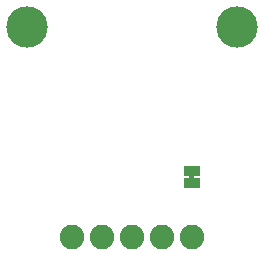
<source format=gbs>
G75*
%MOIN*%
%OFA0B0*%
%FSLAX25Y25*%
%IPPOS*%
%LPD*%
%AMOC8*
5,1,8,0,0,1.08239X$1,22.5*
%
%ADD10C,0.13800*%
%ADD11C,0.08200*%
%ADD12R,0.05800X0.03300*%
%ADD13C,0.00500*%
D10*
X0178333Y0160000D03*
X0248333Y0160000D03*
D11*
X0193333Y0090000D03*
X0203333Y0090000D03*
X0213333Y0090000D03*
X0223333Y0090000D03*
X0233333Y0090000D03*
D12*
X0233333Y0108000D03*
X0233333Y0112000D03*
D13*
X0233833Y0110750D02*
X0232833Y0110750D01*
X0232833Y0109250D01*
X0233833Y0109250D01*
X0233833Y0110750D01*
X0233833Y0110394D02*
X0232833Y0110394D01*
X0232833Y0109896D02*
X0233833Y0109896D01*
X0233833Y0109397D02*
X0232833Y0109397D01*
M02*

</source>
